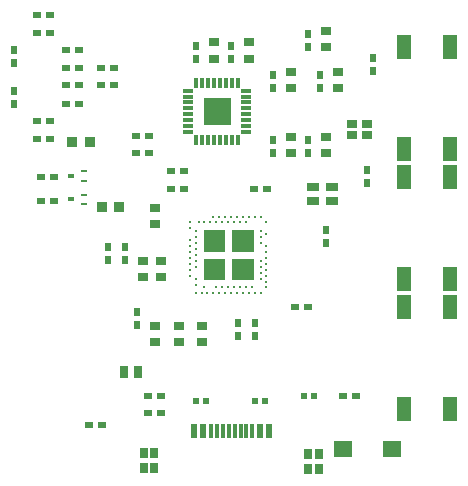
<source format=gtp>
G04 #@! TF.GenerationSoftware,KiCad,Pcbnew,9.0.3*
G04 #@! TF.CreationDate,2025-07-25T19:12:18-07:00*
G04 #@! TF.ProjectId,kikard,6b696b61-7264-42e6-9b69-6361645f7063,rev?*
G04 #@! TF.SameCoordinates,Original*
G04 #@! TF.FileFunction,Paste,Top*
G04 #@! TF.FilePolarity,Positive*
%FSLAX46Y46*%
G04 Gerber Fmt 4.6, Leading zero omitted, Abs format (unit mm)*
G04 Created by KiCad (PCBNEW 9.0.3) date 2025-07-25 19:12:18*
%MOMM*%
%LPD*%
G01*
G04 APERTURE LIST*
G04 Aperture macros list*
%AMRoundRect*
0 Rectangle with rounded corners*
0 $1 Rounding radius*
0 $2 $3 $4 $5 $6 $7 $8 $9 X,Y pos of 4 corners*
0 Add a 4 corners polygon primitive as box body*
4,1,4,$2,$3,$4,$5,$6,$7,$8,$9,$2,$3,0*
0 Add four circle primitives for the rounded corners*
1,1,$1+$1,$2,$3*
1,1,$1+$1,$4,$5*
1,1,$1+$1,$6,$7*
1,1,$1+$1,$8,$9*
0 Add four rect primitives between the rounded corners*
20,1,$1+$1,$2,$3,$4,$5,0*
20,1,$1+$1,$4,$5,$6,$7,0*
20,1,$1+$1,$6,$7,$8,$9,0*
20,1,$1+$1,$8,$9,$2,$3,0*%
G04 Aperture macros list end*
%ADD10C,0.010000*%
%ADD11R,0.540000X0.790000*%
%ADD12R,0.790000X0.540000*%
%ADD13R,0.900000X0.800000*%
%ADD14R,0.810000X0.860000*%
%ADD15R,0.490000X0.290000*%
%ADD16R,0.490000X0.430000*%
%ADD17R,1.100000X0.800000*%
%ADD18R,0.570000X0.540000*%
%ADD19RoundRect,0.032500X0.387500X0.097500X-0.387500X0.097500X-0.387500X-0.097500X0.387500X-0.097500X0*%
%ADD20RoundRect,0.032500X0.097500X0.387500X-0.097500X0.387500X-0.097500X-0.387500X0.097500X-0.387500X0*%
%ADD21R,0.700000X0.900000*%
%ADD22R,0.860000X0.800000*%
%ADD23R,1.530000X1.360000*%
%ADD24R,1.200000X2.000000*%
%ADD25R,0.800000X1.000000*%
%ADD26R,0.850000X0.700000*%
%ADD27R,0.600000X1.150000*%
%ADD28R,0.300000X1.150000*%
%ADD29C,0.275000*%
G04 APERTURE END LIST*
D10*
X149860000Y-101545000D02*
X147640000Y-101545000D01*
X147640000Y-99325000D01*
X149860000Y-99325000D01*
X149860000Y-101545000D01*
G36*
X149860000Y-101545000D02*
G01*
X147640000Y-101545000D01*
X147640000Y-99325000D01*
X149860000Y-99325000D01*
X149860000Y-101545000D01*
G37*
X149345000Y-112245000D02*
X147625000Y-112245000D01*
X147625000Y-110525000D01*
X149345000Y-110525000D01*
X149345000Y-112245000D01*
G36*
X149345000Y-112245000D02*
G01*
X147625000Y-112245000D01*
X147625000Y-110525000D01*
X149345000Y-110525000D01*
X149345000Y-112245000D01*
G37*
X149345000Y-114675000D02*
X147625000Y-114675000D01*
X147625000Y-112955000D01*
X149345000Y-112955000D01*
X149345000Y-114675000D01*
G36*
X149345000Y-114675000D02*
G01*
X147625000Y-114675000D01*
X147625000Y-112955000D01*
X149345000Y-112955000D01*
X149345000Y-114675000D01*
G37*
X151775000Y-112245000D02*
X150055000Y-112245000D01*
X150055000Y-110525000D01*
X151775000Y-110525000D01*
X151775000Y-112245000D01*
G36*
X151775000Y-112245000D02*
G01*
X150055000Y-112245000D01*
X150055000Y-110525000D01*
X151775000Y-110525000D01*
X151775000Y-112245000D01*
G37*
X151775000Y-114675000D02*
X150055000Y-114675000D01*
X150055000Y-112955000D01*
X151775000Y-112955000D01*
X151775000Y-114675000D01*
G36*
X151775000Y-114675000D02*
G01*
X150055000Y-114675000D01*
X150055000Y-112955000D01*
X151775000Y-112955000D01*
X151775000Y-114675000D01*
G37*
D11*
X150500000Y-119500000D03*
X150500000Y-118400000D03*
D12*
X141900000Y-102500000D03*
X143000000Y-102500000D03*
D13*
X147500000Y-118600000D03*
X147500000Y-120000000D03*
D12*
X133500000Y-102780000D03*
X134600000Y-102780000D03*
D14*
X139000000Y-108500000D03*
X140500000Y-108500000D03*
D13*
X159000000Y-97100000D03*
X159000000Y-98500000D03*
D15*
X137500000Y-108300000D03*
X137500000Y-107500000D03*
D16*
X136440000Y-107900000D03*
D12*
X138900000Y-96750000D03*
X140000000Y-96750000D03*
X144900000Y-107000000D03*
X146000000Y-107000000D03*
D11*
X156500000Y-104000000D03*
X156500000Y-102900000D03*
X141000000Y-111900000D03*
X141000000Y-113000000D03*
X147000000Y-94900000D03*
X147000000Y-96000000D03*
D17*
X156900000Y-108010000D03*
X158500000Y-108000000D03*
X158500000Y-106850000D03*
X156900000Y-106860000D03*
D12*
X134600000Y-101280000D03*
X133500000Y-101280000D03*
D18*
X156140000Y-124500000D03*
X157000000Y-124500000D03*
D12*
X146000000Y-105500000D03*
X144900000Y-105500000D03*
X144000000Y-124500000D03*
X142900000Y-124500000D03*
D19*
X151185000Y-102185000D03*
X151185000Y-101685000D03*
X151185000Y-101185000D03*
X151185000Y-100685000D03*
X151185000Y-100185000D03*
X151185000Y-99685000D03*
X151185000Y-99185000D03*
X151185000Y-98685000D03*
D20*
X150500000Y-98000000D03*
X150000000Y-98000000D03*
X149500000Y-98000000D03*
X149000000Y-98000000D03*
X148500000Y-98000000D03*
X148000000Y-98000000D03*
X147500000Y-98000000D03*
X147000000Y-98000000D03*
D19*
X146315000Y-98685000D03*
X146315000Y-99185000D03*
X146315000Y-99685000D03*
X146315000Y-100185000D03*
X146315000Y-100685000D03*
X146315000Y-101185000D03*
X146315000Y-101685000D03*
X146315000Y-102185000D03*
D20*
X147000000Y-102870000D03*
X147500000Y-102870000D03*
X148000000Y-102870000D03*
X148500000Y-102870000D03*
X149000000Y-102870000D03*
X149500000Y-102870000D03*
X150000000Y-102870000D03*
X150500000Y-102870000D03*
D11*
X157500000Y-97400000D03*
X157500000Y-98500000D03*
D21*
X142550000Y-129350000D03*
X142550000Y-130650000D03*
X143450000Y-129350000D03*
X143450000Y-130650000D03*
D11*
X149950000Y-94900000D03*
X149950000Y-96000000D03*
D22*
X142500000Y-114500000D03*
X142500000Y-113100000D03*
D11*
X139500000Y-111900000D03*
X139500000Y-113000000D03*
D12*
X134600000Y-92280000D03*
X133500000Y-92280000D03*
D21*
X156500000Y-129430000D03*
X156500000Y-130730000D03*
X157400000Y-129430000D03*
X157400000Y-130730000D03*
D12*
X144000000Y-126000000D03*
X142900000Y-126000000D03*
X156500000Y-117000000D03*
X155400000Y-117000000D03*
X136000000Y-99780000D03*
X137100000Y-99780000D03*
D23*
X159460000Y-129000000D03*
X163540000Y-129000000D03*
D12*
X153000000Y-107000000D03*
X151900000Y-107000000D03*
D11*
X153500000Y-97400000D03*
X153500000Y-98500000D03*
D24*
X164550000Y-114600000D03*
X164550000Y-106000000D03*
X168450000Y-114600000D03*
X168450000Y-106000000D03*
D18*
X152000000Y-125000000D03*
X152860000Y-125000000D03*
D11*
X156500000Y-93900000D03*
X156500000Y-95000000D03*
D25*
X142100000Y-122500000D03*
X140900000Y-122500000D03*
D24*
X164550000Y-125600000D03*
X164550000Y-117000000D03*
X168450000Y-125600000D03*
X168450000Y-117000000D03*
D22*
X144000000Y-113100000D03*
X144000000Y-114500000D03*
D18*
X147860000Y-125000000D03*
X147000000Y-125000000D03*
D13*
X158000000Y-93600000D03*
X158000000Y-95000000D03*
D26*
X160200000Y-102400000D03*
X161500000Y-102400000D03*
X161500000Y-101500000D03*
X160200000Y-101500000D03*
D27*
X146800000Y-127545000D03*
X147600000Y-127545000D03*
D28*
X148750000Y-127545000D03*
X149750000Y-127545000D03*
X150250000Y-127545000D03*
X151250000Y-127545000D03*
D27*
X153200000Y-127545000D03*
X152400000Y-127545000D03*
D28*
X151750000Y-127545000D03*
X150750000Y-127545000D03*
X149250000Y-127545000D03*
X148250000Y-127545000D03*
D12*
X138900000Y-98250000D03*
X140000000Y-98250000D03*
D13*
X143500000Y-108600000D03*
X143500000Y-110000000D03*
D11*
X142000000Y-117400000D03*
X142000000Y-118500000D03*
X162000000Y-95900000D03*
X162000000Y-97000000D03*
D12*
X136000000Y-98250000D03*
X137100000Y-98250000D03*
X159450000Y-124500000D03*
X160550000Y-124500000D03*
D24*
X164550000Y-103600000D03*
X164550000Y-95000000D03*
X168450000Y-103600000D03*
X168450000Y-95000000D03*
D15*
X137500000Y-106300000D03*
X137500000Y-105500000D03*
D16*
X136440000Y-105900000D03*
D12*
X133900000Y-108000000D03*
X135000000Y-108000000D03*
D13*
X148500000Y-94600000D03*
X148500000Y-96000000D03*
D11*
X152000000Y-119500000D03*
X152000000Y-118400000D03*
D13*
X143500000Y-120000000D03*
X143500000Y-118600000D03*
D12*
X141900000Y-104000000D03*
X143000000Y-104000000D03*
D13*
X158000000Y-104000000D03*
X158000000Y-102600000D03*
D14*
X136500000Y-103000000D03*
X138000000Y-103000000D03*
D11*
X131600000Y-95230000D03*
X131600000Y-96330000D03*
D13*
X155000000Y-97100000D03*
X155000000Y-98500000D03*
D12*
X137900000Y-127000000D03*
X139000000Y-127000000D03*
D11*
X131600000Y-98680000D03*
X131600000Y-99780000D03*
D12*
X133900000Y-106000000D03*
X135000000Y-106000000D03*
X134600000Y-93780000D03*
X133500000Y-93780000D03*
D11*
X153500000Y-104000000D03*
X153500000Y-102900000D03*
D13*
X155000000Y-104000000D03*
X155000000Y-102600000D03*
X145500000Y-120000000D03*
X145500000Y-118600000D03*
D11*
X161500000Y-106500000D03*
X161500000Y-105400000D03*
D13*
X151500000Y-94600000D03*
X151500000Y-96000000D03*
D12*
X137100000Y-96750000D03*
X136000000Y-96750000D03*
D11*
X158000000Y-110450000D03*
X158000000Y-111550000D03*
D12*
X136000000Y-95280000D03*
X137100000Y-95280000D03*
D29*
X148450000Y-109350000D03*
X148950000Y-109350000D03*
X149450000Y-109350000D03*
X149950000Y-109350000D03*
X150450000Y-109350000D03*
X150950000Y-109350000D03*
X151450000Y-109350000D03*
X151950000Y-109350000D03*
X152450000Y-109350000D03*
X152950000Y-114850000D03*
X146950000Y-115100000D03*
X147700000Y-115350000D03*
X148700000Y-115350000D03*
X149200000Y-115350000D03*
X149700000Y-115350000D03*
X150200000Y-115350000D03*
X150700000Y-115350000D03*
X151200000Y-115350000D03*
X151700000Y-115350000D03*
X152950000Y-115350000D03*
X146950000Y-115850000D03*
X147450000Y-115850000D03*
X147950000Y-115850000D03*
X148450000Y-115850000D03*
X148950000Y-115850000D03*
X149450000Y-115850000D03*
X149950000Y-115850000D03*
X150450000Y-115850000D03*
X150950000Y-115850000D03*
X151450000Y-115850000D03*
X151950000Y-115850000D03*
X152450000Y-115850000D03*
X146450000Y-109850000D03*
X147200000Y-109850000D03*
X147700000Y-109850000D03*
X148200000Y-109850000D03*
X148700000Y-109850000D03*
X149200000Y-109850000D03*
X149700000Y-109850000D03*
X150200000Y-109850000D03*
X150700000Y-109850000D03*
X151200000Y-109850000D03*
X152950000Y-109850000D03*
X146450000Y-110350000D03*
X146950000Y-110600000D03*
X152450000Y-110600000D03*
X152950000Y-110850000D03*
X146950000Y-111100000D03*
X152450000Y-111100000D03*
X146450000Y-111350000D03*
X146950000Y-111600000D03*
X152450000Y-111600000D03*
X146450000Y-111850000D03*
X152950000Y-111850000D03*
X146950000Y-112100000D03*
X146450000Y-112350000D03*
X152950000Y-112350000D03*
X146950000Y-112600000D03*
X146450000Y-112850000D03*
X152950000Y-112850000D03*
X146950000Y-113100000D03*
X152450000Y-113100000D03*
X146450000Y-113350000D03*
X152950000Y-113350000D03*
X146950000Y-113600000D03*
X152450000Y-113600000D03*
X146450000Y-113850000D03*
X152950000Y-113850000D03*
X152450000Y-114100000D03*
X146450000Y-114350000D03*
X152950000Y-114350000D03*
X146950000Y-114600000D03*
X152450000Y-114600000D03*
M02*

</source>
